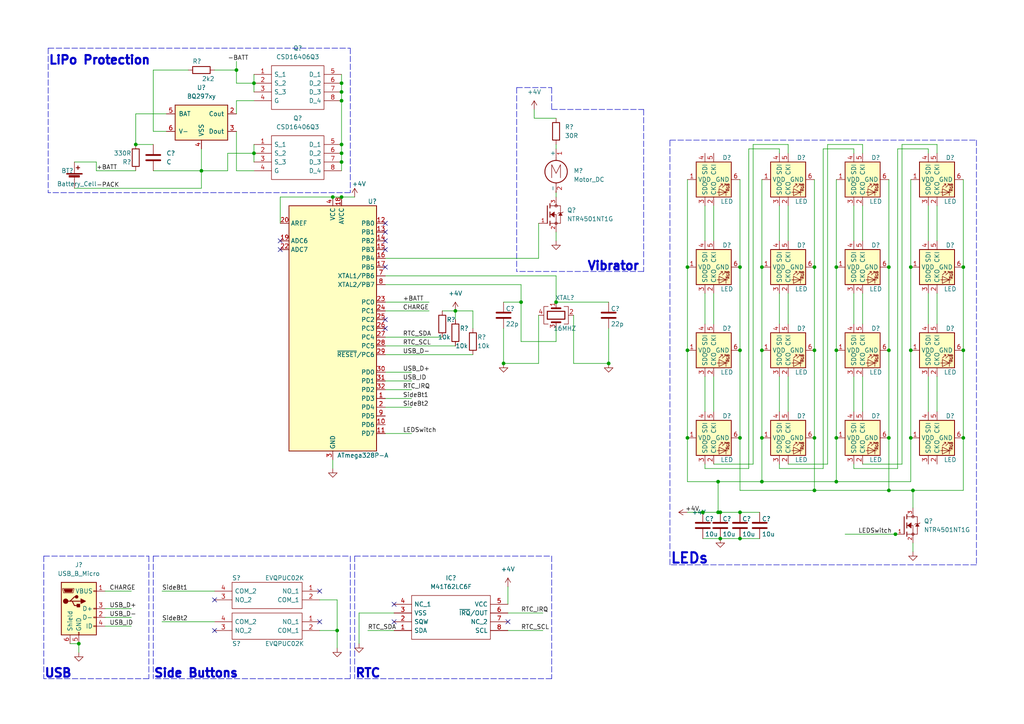
<source format=kicad_sch>
(kicad_sch (version 20211123) (generator eeschema)
  (paper "A4")
  (title_block (title "Binary Watch") (rev "0.1") (company "Umair Ahmadh") (comment 1 "umairahmadh.ml"))
  (lib_symbols
    (symbol "Battery_Management:BQ297xy" (pin_names (offset 1.016))
      (property "Reference" "U" (at -6.35 6.35 0))
      (property "Value" "BQ297xy" (at 5.08 -6.35 0))
      (symbol "BQ297xy_0_1"
        (rectangle (start -7.62 5.08) (end 7.62 -5.08) (stroke (width 0.254)) (fill (type background)))
      )
      (symbol "BQ297xy_1_1"
        (pin no_connect line (at 7.62 0 180) (length 2.54) hide (name "NC") (number "1"))
        (pin output line (at 10.16 2.54 180) (length 2.54) (name "Cout") (number "2"))
        (pin output line (at 10.16 -2.54 180) (length 2.54) (name "Dout") (number "3"))
        (pin power_in line (at 0 -7.62 90) (length 2.54) (name "VSS") (number "4"))
        (pin input line (at -10.16 2.54 0) (length 2.54) (name "BAT") (number "5"))
        (pin input line (at -10.16 -2.54 0) (length 2.54) (name "V-") (number "6"))
      )
    )
    (symbol "CSD16406Q3:CSD16406Q3" (pin_names (offset 0.762))
      (property "Reference" "Q" (at 21.59 7.62 0))
      (property "Value" "CSD16406Q3" (at 21.59 5.08 0))
      (symbol "CSD16406Q3_0_0"
        (pin passive line (at 0 0 0) (length 5.08) (name "S_1") (number "1"))
        (pin passive line (at 0 -2.54 0) (length 5.08) (name "S_2") (number "2"))
        (pin passive line (at 0 -5.08 0) (length 5.08) (name "S_3") (number "3"))
        (pin passive line (at 0 -7.62 0) (length 5.08) (name "G") (number "4"))
        (pin passive line (at 25.4 0 180) (length 5.08) (name "D_1") (number "5"))
        (pin passive line (at 25.4 -2.54 180) (length 5.08) (name "D_2") (number "6"))
        (pin passive line (at 25.4 -5.08 180) (length 5.08) (name "D_3") (number "7"))
        (pin passive line (at 25.4 -7.62 180) (length 5.08) (name "D_4") (number "8"))
      )
      (symbol "CSD16406Q3_0_1"
        (polyline (pts (xy 5.08 2.54) (xy 20.32 2.54) (xy 20.32 -10.16) (xy 5.08 -10.16) (xy 5.08 2.54)) (stroke (width 0.1524)))
      )
    )
    (symbol "Connector:USB_B_Micro" (pin_names (offset 1.016))
      (property "Reference" "J" (at -5.08 11.43 0))
      (property "Value" "USB_B_Micro" (at -5.08 8.89 0))
      (symbol "USB_B_Micro_0_1"
        (rectangle (start -5.08 -7.62) (end 5.08 7.62) (stroke (width 0.254)) (fill (type background)))
        (circle (center -3.81 2.159) (radius 0.635) (stroke (width 0.254)) (fill (type outline)))
        (circle (center -0.635 3.429) (radius 0.381) (stroke (width 0.254)) (fill (type outline)))
        (rectangle (start -0.127 -7.62) (end 0.127 -6.858))
        (polyline (pts (xy -1.905 2.159) (xy 0.635 2.159)) (stroke (width 0.254)))
        (polyline (pts (xy -3.175 2.159) (xy -2.54 2.159) (xy -1.27 3.429) (xy -0.635 3.429)) (stroke (width 0.254)))
        (polyline (pts (xy -2.54 2.159) (xy -1.905 2.159) (xy -1.27 0.889) (xy 0 0.889)) (stroke (width 0.254)))
        (polyline (pts (xy 0.635 2.794) (xy 0.635 1.524) (xy 1.905 2.159) (xy 0.635 2.794)) (stroke (width 0.254)) (fill (type outline)))
        (polyline (pts (xy -4.318 5.588) (xy -1.778 5.588) (xy -2.032 4.826) (xy -4.064 4.826) (xy -4.318 5.588)) (fill (type outline)))
        (polyline (pts (xy -4.699 5.842) (xy -4.699 5.588) (xy -4.445 4.826) (xy -4.445 4.572) (xy -1.651 4.572) (xy -1.651 4.826) (xy -1.397 5.588) (xy -1.397 5.842) (xy -4.699 5.842)))
        (rectangle (start 0.254 1.27) (end -0.508 0.508) (stroke (width 0.254)) (fill (type outline)))
        (rectangle (start 5.08 -5.207) (end 4.318 -4.953))
        (rectangle (start 5.08 -2.667) (end 4.318 -2.413))
        (rectangle (start 5.08 -0.127) (end 4.318 0.127))
        (rectangle (start 5.08 4.953) (end 4.318 5.207))
      )
      (symbol "USB_B_Micro_1_1"
        (pin power_out line (at 7.62 5.08 180) (length 2.54) (name "VBUS") (number "1"))
        (pin bidirectional line (at 7.62 -2.54 180) (length 2.54) (name "D-") (number "2"))
        (pin bidirectional line (at 7.62 0 180) (length 2.54) (name "D+") (number "3"))
        (pin passive line (at 7.62 -5.08 180) (length 2.54) (name "ID") (number "4"))
        (pin power_out line (at 0 -10.16 90) (length 2.54) (name "GND") (number "5"))
        (pin passive line (at -2.54 -10.16 90) (length 2.54) (name "Shield") (number "6"))
      )
    )
    (symbol "Device:Battery_Cell" (pin_numbers hide) (pin_names (offset 0) hide)
      (property "Reference" "BT" (at 2.54 2.54 0))
      (property "Value" "Battery_Cell" (at 2.54 0 0))
      (symbol "Battery_Cell_0_1"
        (rectangle (start -2.286 1.778) (end 2.286 1.524) (fill (type outline)))
        (rectangle (start -1.5748 1.1938) (end 1.4732 0.6858) (fill (type outline)))
        (polyline (pts (xy 0 0.762) (xy 0 0)))
        (polyline (pts (xy 0 1.778) (xy 0 2.54)))
        (polyline (pts (xy 0.508 3.429) (xy 1.524 3.429)) (stroke (width 0.254)))
        (polyline (pts (xy 1.016 3.937) (xy 1.016 2.921)) (stroke (width 0.254)))
      )
      (symbol "Battery_Cell_1_1"
        (pin passive line (at 0 5.08 270) (length 2.54) (name "+") (number "1"))
        (pin passive line (at 0 -2.54 90) (length 2.54) (name "-") (number "2"))
      )
    )
    (symbol "Device:C" (pin_numbers hide) (pin_names (offset 0.254))
      (property "Reference" "C" (at 0.635 2.54 0))
      (property "Value" "C" (at 0.635 -2.54 0))
      (symbol "C_0_1"
        (polyline (pts (xy -2.032 -0.762) (xy 2.032 -0.762)) (stroke (width 0.508)))
        (polyline (pts (xy -2.032 0.762) (xy 2.032 0.762)) (stroke (width 0.508)))
      )
      (symbol "C_1_1"
        (pin passive line (at 0 3.81 270) (length 2.794) (name "~") (number "1"))
        (pin passive line (at 0 -3.81 90) (length 2.794) (name "~") (number "2"))
      )
    )
    (symbol "Device:Crystal_GND24" (pin_names (offset 1.016) hide)
      (property "Reference" "Y" (at 3.175 5.08 0))
      (property "Value" "Crystal_GND24" (at 3.175 3.175 0))
      (symbol "Crystal_GND24_0_1"
        (rectangle (start -1.143 2.54) (end 1.143 -2.54) (stroke (width 0.3048)))
        (polyline (pts (xy -2.54 0) (xy -2.032 0)))
        (polyline (pts (xy -2.032 -1.27) (xy -2.032 1.27)) (stroke (width 0.508)))
        (polyline (pts (xy 0 -3.81) (xy 0 -3.556)))
        (polyline (pts (xy 0 3.556) (xy 0 3.81)))
        (polyline (pts (xy 2.032 -1.27) (xy 2.032 1.27)) (stroke (width 0.508)))
        (polyline (pts (xy 2.032 0) (xy 2.54 0)))
        (polyline (pts (xy -2.54 -2.286) (xy -2.54 -3.556) (xy 2.54 -3.556) (xy 2.54 -2.286)))
        (polyline (pts (xy -2.54 2.286) (xy -2.54 3.556) (xy 2.54 3.556) (xy 2.54 2.286)))
      )
      (symbol "Crystal_GND24_1_1"
        (pin passive line (at -3.81 0 0) (length 1.27) (name "1") (number "1"))
        (pin passive line (at 0 5.08 270) (length 1.27) (name "2") (number "2"))
        (pin passive line (at 3.81 0 180) (length 1.27) (name "3") (number "3"))
        (pin passive line (at 0 -5.08 90) (length 1.27) (name "4") (number "4"))
      )
    )
    (symbol "Device:R" (pin_numbers hide) (pin_names (offset 0))
      (property "Reference" "R" (at 2.032 0 90))
      (property "Value" "R" (at 0 0 90))
      (symbol "R_0_1"
        (rectangle (start -1.016 -2.54) (end 1.016 2.54) (stroke (width 0.254)))
      )
      (symbol "R_1_1"
        (pin passive line (at 0 3.81 270) (length 1.27) (name "~") (number "1"))
        (pin passive line (at 0 -3.81 90) (length 1.27) (name "~") (number "2"))
      )
    )
    (symbol "EVQPUC02K:EVQPUC02K" (pin_names (offset 0.762))
      (property "Reference" "S" (at 26.67 7.62 0))
      (property "Value" "EVQPUC02K" (at 26.67 5.08 0))
      (symbol "EVQPUC02K_0_0"
        (pin passive line (at 30.48 0 180) (length 5.08) (name "NO_1") (number "1"))
        (pin passive line (at 30.48 -2.54 180) (length 5.08) (name "COM_1") (number "2"))
        (pin passive line (at 0 -2.54 0) (length 5.08) (name "NO_2") (number "3"))
        (pin passive line (at 0 0 0) (length 5.08) (name "COM_2") (number "4"))
      )
      (symbol "EVQPUC02K_0_1"
        (polyline (pts (xy 5.08 2.54) (xy 25.4 2.54) (xy 25.4 -5.08) (xy 5.08 -5.08) (xy 5.08 2.54)) (stroke (width 0.1524)))
      )
    )
    (symbol "LED:APA102-2020"
      (property "Reference" "D" (at 5.08 5.715 0))
      (property "Value" "APA102-2020" (at 1.27 -5.715 0))
      (symbol "APA102-2020_0_0"
        (text "RGB" (at 2.286 -4.191 0) (effects (font (size 0.762 0.762))))
      )
      (symbol "APA102-2020_0_1"
        (polyline (pts (xy 1.27 -3.556) (xy 1.778 -3.556)))
        (polyline (pts (xy 1.27 -2.54) (xy 1.778 -2.54)))
        (polyline (pts (xy 4.699 -3.556) (xy 2.667 -3.556)))
        (polyline (pts (xy 2.286 -2.54) (xy 1.27 -3.556) (xy 1.27 -3.048)))
        (polyline (pts (xy 2.286 -1.524) (xy 1.27 -2.54) (xy 1.27 -2.032)))
        (polyline (pts (xy 3.683 -1.016) (xy 3.683 -3.556) (xy 3.683 -4.064)))
        (polyline (pts (xy 4.699 -1.524) (xy 2.667 -1.524) (xy 3.683 -3.556) (xy 4.699 -1.524)))
        (rectangle (start 5.08 5.08) (end -5.08 -5.08) (stroke (width 0.254)) (fill (type background)))
      )
      (symbol "APA102-2020_1_1"
        (pin power_in line (at 0 7.62 270) (length 2.54) (name "VDD") (number "1"))
        (pin output line (at 7.62 0 180) (length 2.54) (name "CKO") (number "2"))
        (pin output line (at 7.62 2.54 180) (length 2.54) (name "SDO") (number "3"))
        (pin input line (at -7.62 2.54 0) (length 2.54) (name "SDI") (number "4"))
        (pin input line (at -7.62 0 0) (length 2.54) (name "CKI") (number "5"))
        (pin power_in line (at 0 -7.62 90) (length 2.54) (name "GND") (number "6"))
      )
    )
    (symbol "M41T62LC6F:M41T62LC6F" (pin_names (offset 0.762))
      (property "Reference" "IC" (at 29.21 7.62 0))
      (property "Value" "M41T62LC6F" (at 29.21 5.08 0))
      (symbol "M41T62LC6F_0_0"
        (pin passive line (at 0 0 0) (length 5.08) (name "SDA") (number "1"))
        (pin passive line (at 0 -2.54 0) (length 5.08) (name "SQW") (number "2"))
        (pin power_in line (at 0 -5.08 0) (length 5.08) (name "VSS") (number "3"))
        (pin passive line (at 0 -7.62 0) (length 5.08) (name "NC_1") (number "4"))
        (pin power_in line (at 33.02 -7.62 180) (length 5.08) (name "VCC") (number "5"))
        (pin output line (at 33.02 -5.08 180) (length 5.08) (name "~{IRQ}/OUT") (number "6"))
        (pin passive line (at 33.02 -2.54 180) (length 5.08) (name "NC_2") (number "7"))
        (pin passive line (at 33.02 0 180) (length 5.08) (name "SCL") (number "8"))
      )
      (symbol "M41T62LC6F_0_1"
        (polyline (pts (xy 5.08 2.54) (xy 27.94 2.54) (xy 27.94 -10.16) (xy 5.08 -10.16) (xy 5.08 2.54)) (stroke (width 0.1524)))
      )
    )
    (symbol "MCU_Microchip_ATmega:ATmega328P-A"
      (property "Reference" "U" (at -12.7 36.83 0))
      (property "Value" "ATmega328P-A" (at 2.54 -36.83 0))
      (symbol "ATmega328P-A_0_1"
        (rectangle (start -12.7 -35.56) (end 12.7 35.56) (stroke (width 0.254)) (fill (type background)))
      )
      (symbol "ATmega328P-A_1_1"
        (pin bidirectional line (at 15.24 -20.32 180) (length 2.54) (name "PD3") (number "1"))
        (pin bidirectional line (at 15.24 -27.94 180) (length 2.54) (name "PD6") (number "10"))
        (pin bidirectional line (at 15.24 -30.48 180) (length 2.54) (name "PD7") (number "11"))
        (pin bidirectional line (at 15.24 30.48 180) (length 2.54) (name "PB0") (number "12"))
        (pin bidirectional line (at 15.24 27.94 180) (length 2.54) (name "PB1") (number "13"))
        (pin bidirectional line (at 15.24 25.4 180) (length 2.54) (name "PB2") (number "14"))
        (pin bidirectional line (at 15.24 22.86 180) (length 2.54) (name "PB3") (number "15"))
        (pin bidirectional line (at 15.24 20.32 180) (length 2.54) (name "PB4") (number "16"))
        (pin bidirectional line (at 15.24 17.78 180) (length 2.54) (name "PB5") (number "17"))
        (pin power_in line (at 2.54 38.1 270) (length 2.54) (name "AVCC") (number "18"))
        (pin input line (at -15.24 25.4 0) (length 2.54) (name "ADC6") (number "19"))
        (pin bidirectional line (at 15.24 -22.86 180) (length 2.54) (name "PD4") (number "2"))
        (pin passive line (at -15.24 30.48 0) (length 2.54) (name "AREF") (number "20"))
        (pin passive line (at 0 -38.1 90) (length 2.54) hide (name "GND") (number "21"))
        (pin input line (at -15.24 22.86 0) (length 2.54) (name "ADC7") (number "22"))
        (pin bidirectional line (at 15.24 7.62 180) (length 2.54) (name "PC0") (number "23"))
        (pin bidirectional line (at 15.24 5.08 180) (length 2.54) (name "PC1") (number "24"))
        (pin bidirectional line (at 15.24 2.54 180) (length 2.54) (name "PC2") (number "25"))
        (pin bidirectional line (at 15.24 0 180) (length 2.54) (name "PC3") (number "26"))
        (pin bidirectional line (at 15.24 -2.54 180) (length 2.54) (name "PC4") (number "27"))
        (pin bidirectional line (at 15.24 -5.08 180) (length 2.54) (name "PC5") (number "28"))
        (pin bidirectional line (at 15.24 -7.62 180) (length 2.54) (name "~{RESET}/PC6") (number "29"))
        (pin power_in line (at 0 -38.1 90) (length 2.54) (name "GND") (number "3"))
        (pin bidirectional line (at 15.24 -12.7 180) (length 2.54) (name "PD0") (number "30"))
        (pin bidirectional line (at 15.24 -15.24 180) (length 2.54) (name "PD1") (number "31"))
        (pin bidirectional line (at 15.24 -17.78 180) (length 2.54) (name "PD2") (number "32"))
        (pin power_in line (at 0 38.1 270) (length 2.54) (name "VCC") (number "4"))
        (pin passive line (at 0 -38.1 90) (length 2.54) hide (name "GND") (number "5"))
        (pin passive line (at 0 38.1 270) (length 2.54) hide (name "VCC") (number "6"))
        (pin bidirectional line (at 15.24 15.24 180) (length 2.54) (name "XTAL1/PB6") (number "7"))
        (pin bidirectional line (at 15.24 12.7 180) (length 2.54) (name "XTAL2/PB7") (number "8"))
        (pin bidirectional line (at 15.24 -25.4 180) (length 2.54) (name "PD5") (number "9"))
      )
    )
    (symbol "Motor:Motor_DC" (pin_names (offset 0))
      (property "Reference" "M" (at 2.54 2.54 0))
      (property "Value" "Motor_DC" (at 2.54 -5.08 0))
      (symbol "Motor_DC_0_0"
        (polyline (pts (xy -1.27 -3.302) (xy -1.27 0.508) (xy 0 -2.032) (xy 1.27 0.508) (xy 1.27 -3.302)))
      )
      (symbol "Motor_DC_0_1"
        (circle (center 0 -1.524) (radius 3.2512) (stroke (width 0.254)))
        (polyline (pts (xy 0 -7.62) (xy 0 -7.112)))
        (polyline (pts (xy 0 -4.7752) (xy 0 -5.1816)))
        (polyline (pts (xy 0 1.7272) (xy 0 2.0828)))
        (polyline (pts (xy 0 2.032) (xy 0 2.54)))
      )
      (symbol "Motor_DC_1_1"
        (pin passive line (at 0 5.08 270) (length 2.54) (name "+") (number "1"))
        (pin passive line (at 0 -7.62 90) (length 2.54) (name "-") (number "2"))
      )
    )
    (symbol "NTR4501NT1G:NTR4501NT1G" (pin_names (offset 1.016))
      (property "Reference" "Q" (at -8.89 2.54 0))
      (property "Value" "NTR4501NT1G" (at -8.89 -7.62 0))
      (symbol "NTR4501NT1G_0_0"
        (polyline (pts (xy 0 2.54) (xy 0 -2.54)) (stroke (width 0.254)))
        (polyline (pts (xy 0.762 -2.54) (xy 0.762 -3.175)) (stroke (width 0.254)))
        (polyline (pts (xy 0.762 -1.905) (xy 0.762 -2.54)) (stroke (width 0.254)))
        (polyline (pts (xy 0.762 0) (xy 0.762 -0.762)) (stroke (width 0.254)))
        (polyline (pts (xy 0.762 0) (xy 2.54 0)) (stroke (width 0.1524)))
        (polyline (pts (xy 0.762 0.762) (xy 0.762 0)) (stroke (width 0.254)))
        (polyline (pts (xy 0.762 2.54) (xy 0.762 1.905)) (stroke (width 0.254)))
        (polyline (pts (xy 0.762 2.54) (xy 3.81 2.54)) (stroke (width 0.1524)))
        (polyline (pts (xy 0.762 3.175) (xy 0.762 2.54)) (stroke (width 0.254)))
        (polyline (pts (xy 2.54 -2.54) (xy 0.762 -2.54)) (stroke (width 0.1524)))
        (polyline (pts (xy 2.54 -2.54) (xy 3.81 -2.54)) (stroke (width 0.1524)))
        (polyline (pts (xy 2.54 0) (xy 2.54 -2.54)) (stroke (width 0.1524)))
        (polyline (pts (xy 3.302 0.508) (xy 3.048 0.254)) (stroke (width 0.1524)))
        (polyline (pts (xy 3.81 0.508) (xy 3.302 0.508)) (stroke (width 0.1524)))
        (polyline (pts (xy 3.81 0.508) (xy 3.81 -2.54)) (stroke (width 0.1524)))
        (polyline (pts (xy 3.81 2.54) (xy 3.81 0.508)) (stroke (width 0.1524)))
        (polyline (pts (xy 4.318 0.508) (xy 3.81 0.508)) (stroke (width 0.1524)))
        (polyline (pts (xy 4.572 0.762) (xy 4.318 0.508)) (stroke (width 0.1524)))
        (polyline (pts (xy 1.016 0) (xy 2.032 0.762) (xy 2.032 -0.762) (xy 1.016 0)) (stroke (width 0.1524)) (fill (type outline)))
        (polyline (pts (xy 3.81 0.508) (xy 3.302 -0.254) (xy 4.318 -0.254) (xy 3.81 0.508)) (stroke (width 0.1524)) (fill (type outline)))
        (circle (center 2.54 -2.54) (radius 0.3592))
        (circle (center 2.54 2.54) (radius 0.3592))
        (pin passive line (at -2.54 -2.54 0) (length 2.54) (name "~") (number "1"))
        (pin passive line (at 2.54 -5.08 90) (length 2.54) (name "~") (number "2"))
        (pin passive line (at 2.54 5.08 270) (length 2.54) (name "~") (number "3"))
      )
    )
    (symbol "power:+4V" (power) (pin_names (offset 0))
      (property "Value" "+4V" (at 0 3.556 0))
      (symbol "+4V_0_1"
        (polyline (pts (xy -0.762 1.27) (xy 0 2.54)))
        (polyline (pts (xy 0 0) (xy 0 2.54)))
        (polyline (pts (xy 0 2.54) (xy 0.762 1.27)))
      )
      (symbol "+4V_1_1"
        (pin power_in line (at 0 0 90) (length 0) hide (name "+4V") (number "1"))
      )
    )
    (symbol "power:GND" (power) (pin_names (offset 0))
      (property "Value" "GND" (at 0 -3.81 0))
      (symbol "GND_0_1"
        (polyline (pts (xy 0 0) (xy 0 -1.27) (xy 1.27 -1.27) (xy 0 -2.54) (xy -1.27 -1.27) (xy 0 -1.27)))
      )
      (symbol "GND_1_1"
        (pin power_in line (at 0 0 270) (length 0) hide (name "GND") (number "1"))
      )
    )
  )
  (junction (at 68.58 20.32))
  (junction (at 242.57 77.47))
  (junction (at 22.86 186.69))
  (junction (at 259.715 154.94))
  (junction (at 99.06 24.13))
  (junction (at 208.915 148.59))
  (junction (at 99.06 46.99))
  (junction (at 236.22 77.47))
  (junction (at 97.79 182.88))
  (junction (at 199.39 77.47))
  (junction (at 146.05 105.41))
  (junction (at 99.06 41.91))
  (junction (at 96.52 57.15))
  (junction (at 220.98 77.47))
  (junction (at 214.63 148.59))
  (junction (at 279.4 127))
  (junction (at 214.63 156.21))
  (junction (at 257.81 77.47))
  (junction (at 208.915 156.21))
  (junction (at 58.42 49.53))
  (junction (at 214.63 127))
  (junction (at 242.57 139.7))
  (junction (at 39.37 41.91))
  (junction (at 132.08 90.17))
  (junction (at 99.06 26.67))
  (junction (at 264.16 127))
  (junction (at 99.06 57.15))
  (junction (at 236.22 127))
  (junction (at 257.81 127))
  (junction (at 151.13 87.63))
  (junction (at 279.4 101.6))
  (junction (at 257.81 142.24))
  (junction (at 220.98 101.6))
  (junction (at 99.06 44.45))
  (junction (at 199.39 127))
  (junction (at 236.22 142.24))
  (junction (at 264.16 77.47))
  (junction (at 214.63 77.47))
  (junction (at 264.795 142.24))
  (junction (at 176.53 105.41))
  (junction (at 203.835 148.59))
  (junction (at 236.22 101.6))
  (junction (at 279.4 77.47))
  (junction (at 220.98 127))
  (junction (at 214.63 101.6))
  (junction (at 208.28 148.59))
  (junction (at 220.98 139.7))
  (junction (at 161.29 87.63))
  (junction (at 208.28 139.7))
  (junction (at 257.81 101.6))
  (junction (at 264.16 101.6))
  (junction (at 73.66 44.45))
  (junction (at 99.06 29.21))
  (junction (at 73.66 24.13))
  (junction (at 199.39 101.6))
  (junction (at 242.57 101.6))
  (junction (at 242.57 127))
  (no_connect (at 111.76 67.31))
  (no_connect (at 111.76 77.47))
  (no_connect (at 111.76 64.77))
  (no_connect (at 111.76 95.25))
  (no_connect (at 81.28 72.39))
  (no_connect (at 81.28 69.85))
  (no_connect (at 111.76 92.71))
  (no_connect (at 111.76 72.39))
  (no_connect (at 111.76 69.85))
  (no_connect (at 62.23 182.88))
  (no_connect (at 62.23 173.99))
  (no_connect (at 92.71 171.45))
  (no_connect (at 92.71 180.34))
  (no_connect (at 147.32 180.34))
  (no_connect (at 114.3 175.26))
  (no_connect (at 114.3 180.34))
  (wire (pts (xy 236.22 52.07) (xy 236.22 77.47)))
  (wire (pts (xy 161.29 41.91) (xy 161.29 43.18)))
  (wire (pts (xy 208.28 139.7) (xy 199.39 139.7)))
  (wire (pts (xy 96.52 57.15) (xy 99.06 57.15)))
  (wire (pts (xy 207.01 85.09) (xy 207.01 93.98)))
  (wire (pts (xy 21.59 46.99) (xy 27.94 46.99)))
  (wire (pts (xy 73.66 49.53) (xy 68.58 49.53)))
  (wire (pts (xy 242.57 52.07) (xy 242.57 77.47)))
  (wire (pts (xy 30.48 181.61) (xy 38.1 181.61)))
  (wire (pts (xy 44.45 20.32) (xy 54.61 20.32)))
  (wire (pts (xy 99.06 44.45) (xy 99.06 46.99)))
  (wire (pts (xy 247.65 109.22) (xy 247.65 119.38)))
  (polyline (pts (xy 13.97 13.97) (xy 13.97 55.88)))
  (wire (pts (xy 111.76 97.79) (xy 128.27 97.79)))
  (wire (pts (xy 242.57 101.6) (xy 242.57 127)))
  (polyline (pts (xy 101.6 196.85) (xy 44.45 196.85)))
  (wire (pts (xy 269.24 43.18) (xy 260.35 43.18)))
  (wire (pts (xy 68.58 49.53) (xy 68.58 38.1)))
  (wire (pts (xy 99.06 46.99) (xy 99.06 49.53)))
  (wire (pts (xy 111.76 80.01) (xy 161.29 80.01)))
  (wire (pts (xy 204.47 85.09) (xy 204.47 93.98)))
  (polyline (pts (xy 283.21 163.83) (xy 194.31 163.83)))
  (polyline (pts (xy 12.7 161.29) (xy 43.18 161.29)))
  (wire (pts (xy 44.45 38.1) (xy 44.45 20.32)))
  (wire (pts (xy 161.29 67.31) (xy 161.29 69.85)))
  (wire (pts (xy 21.59 54.61) (xy 58.42 54.61)))
  (polyline (pts (xy 186.69 31.75) (xy 186.69 78.74)))
  (wire (pts (xy 257.81 101.6) (xy 257.81 127)))
  (wire (pts (xy 161.29 34.29) (xy 154.94 34.29)))
  (wire (pts (xy 132.08 90.17) (xy 137.16 90.17)))
  (wire (pts (xy 161.29 87.63) (xy 176.53 87.63)))
  (wire (pts (xy 228.6 59.69) (xy 228.6 69.85)))
  (wire (pts (xy 44.45 49.53) (xy 58.42 49.53)))
  (wire (pts (xy 30.48 179.07) (xy 38.1 179.07)))
  (wire (pts (xy 99.06 41.91) (xy 99.06 44.45)))
  (wire (pts (xy 96.52 133.35) (xy 96.52 135.89)))
  (wire (pts (xy 214.63 101.6) (xy 214.63 127)))
  (polyline (pts (xy 160.02 25.4) (xy 160.02 31.75)))
  (wire (pts (xy 199.39 101.6) (xy 199.39 127)))
  (wire (pts (xy 114.3 177.8) (xy 104.14 177.8)))
  (wire (pts (xy 146.05 87.63) (xy 151.13 87.63)))
  (wire (pts (xy 218.44 41.91) (xy 228.6 41.91)))
  (wire (pts (xy 151.13 87.63) (xy 151.13 99.06)))
  (wire (pts (xy 66.04 44.45) (xy 73.66 44.45)))
  (wire (pts (xy 279.4 101.6) (xy 279.4 127)))
  (wire (pts (xy 147.32 182.88) (xy 157.48 182.88)))
  (wire (pts (xy 264.16 139.7) (xy 242.57 139.7)))
  (wire (pts (xy 73.66 24.13) (xy 73.66 26.67)))
  (wire (pts (xy 102.87 57.15) (xy 99.06 57.15)))
  (wire (pts (xy 199.39 139.7) (xy 199.39 127)))
  (polyline (pts (xy 43.18 196.85) (xy 12.7 196.85)))
  (wire (pts (xy 247.65 85.09) (xy 247.65 93.98)))
  (wire (pts (xy 208.915 148.59) (xy 214.63 148.59)))
  (wire (pts (xy 238.76 43.18) (xy 238.76 135.89)))
  (wire (pts (xy 20.32 186.69) (xy 22.86 186.69)))
  (polyline (pts (xy 194.31 58.42) (xy 194.31 58.42)))
  (wire (pts (xy 137.16 90.17) (xy 137.16 95.25)))
  (wire (pts (xy 271.78 59.69) (xy 271.78 69.85)))
  (wire (pts (xy 264.795 142.24) (xy 279.4 142.24)))
  (wire (pts (xy 132.08 90.17) (xy 132.08 92.71)))
  (wire (pts (xy 242.57 77.47) (xy 242.57 101.6)))
  (wire (pts (xy 81.28 64.77) (xy 81.28 57.15)))
  (wire (pts (xy 27.94 49.53) (xy 39.37 49.53)))
  (wire (pts (xy 68.58 17.78) (xy 68.58 20.32)))
  (wire (pts (xy 146.05 105.41) (xy 146.05 95.25)))
  (wire (pts (xy 58.42 49.53) (xy 58.42 54.61)))
  (wire (pts (xy 147.32 177.8) (xy 157.48 177.8)))
  (wire (pts (xy 247.65 44.45) (xy 247.65 43.18)))
  (wire (pts (xy 228.6 41.91) (xy 228.6 44.45)))
  (wire (pts (xy 68.58 20.32) (xy 68.58 24.13)))
  (wire (pts (xy 236.22 142.24) (xy 257.81 142.24)))
  (wire (pts (xy 271.78 109.22) (xy 271.78 119.38)))
  (wire (pts (xy 240.03 41.91) (xy 250.19 41.91)))
  (wire (pts (xy 99.06 24.13) (xy 99.06 26.67)))
  (wire (pts (xy 247.65 135.89) (xy 247.65 134.62)))
  (wire (pts (xy 199.39 148.59) (xy 203.835 148.59)))
  (wire (pts (xy 199.39 77.47) (xy 199.39 101.6)))
  (wire (pts (xy 214.63 127) (xy 214.63 142.24)))
  (wire (pts (xy 39.37 41.91) (xy 44.45 41.91)))
  (wire (pts (xy 220.98 52.07) (xy 220.98 77.47)))
  (wire (pts (xy 106.68 182.88) (xy 114.3 182.88)))
  (wire (pts (xy 250.19 134.62) (xy 261.62 134.62)))
  (wire (pts (xy 226.06 59.69) (xy 226.06 69.85)))
  (wire (pts (xy 226.06 109.22) (xy 226.06 119.38)))
  (wire (pts (xy 220.98 127) (xy 220.98 139.7)))
  (polyline (pts (xy 160.02 196.85) (xy 102.87 196.85)))
  (wire (pts (xy 97.79 173.99) (xy 97.79 182.88)))
  (wire (pts (xy 203.835 148.59) (xy 208.28 148.59)))
  (wire (pts (xy 261.62 41.91) (xy 271.78 41.91)))
  (wire (pts (xy 247.65 59.69) (xy 247.65 69.85)))
  (wire (pts (xy 214.63 77.47) (xy 214.63 101.6)))
  (wire (pts (xy 269.24 59.69) (xy 269.24 69.85)))
  (wire (pts (xy 260.35 43.18) (xy 260.35 135.89)))
  (wire (pts (xy 111.76 100.33) (xy 132.08 100.33)))
  (wire (pts (xy 161.29 80.01) (xy 161.29 87.63)))
  (wire (pts (xy 214.63 142.24) (xy 236.22 142.24)))
  (polyline (pts (xy 102.87 161.29) (xy 102.87 196.85)))
  (wire (pts (xy 97.79 182.88) (xy 92.71 182.88)))
  (wire (pts (xy 46.99 180.34) (xy 62.23 180.34)))
  (wire (pts (xy 68.58 29.21) (xy 68.58 33.02)))
  (wire (pts (xy 73.66 41.91) (xy 73.66 44.45)))
  (wire (pts (xy 27.94 46.99) (xy 27.94 49.53)))
  (wire (pts (xy 73.66 44.45) (xy 73.66 46.99)))
  (wire (pts (xy 226.06 135.89) (xy 226.06 134.62)))
  (polyline (pts (xy 102.87 161.29) (xy 160.02 161.29)))
  (wire (pts (xy 220.98 77.47) (xy 220.98 101.6)))
  (wire (pts (xy 30.48 171.45) (xy 38.1 171.45)))
  (wire (pts (xy 161.29 57.15) (xy 161.29 55.88)))
  (polyline (pts (xy 43.18 161.29) (xy 43.18 196.85)))
  (wire (pts (xy 269.24 44.45) (xy 269.24 43.18)))
  (wire (pts (xy 250.19 85.09) (xy 250.19 93.98)))
  (wire (pts (xy 240.03 134.62) (xy 240.03 41.91)))
  (polyline (pts (xy 12.7 161.29) (xy 12.7 196.85)))
  (wire (pts (xy 264.795 157.48) (xy 264.795 160.02)))
  (wire (pts (xy 22.86 186.69) (xy 22.86 189.23)))
  (wire (pts (xy 81.28 57.15) (xy 96.52 57.15)))
  (wire (pts (xy 226.06 44.45) (xy 226.06 43.18)))
  (wire (pts (xy 264.16 127) (xy 264.16 139.7)))
  (wire (pts (xy 259.715 154.94) (xy 245.11 154.94)))
  (polyline (pts (xy 13.97 13.97) (xy 101.6 13.97)))
  (wire (pts (xy 30.48 176.53) (xy 38.1 176.53)))
  (polyline (pts (xy 101.6 55.88) (xy 13.97 55.88)))
  (wire (pts (xy 111.76 74.93) (xy 156.21 74.93)))
  (wire (pts (xy 269.24 85.09) (xy 269.24 93.98)))
  (wire (pts (xy 236.22 101.6) (xy 236.22 127)))
  (polyline (pts (xy 44.45 161.29) (xy 44.45 196.85)))
  (polyline (pts (xy 186.69 78.74) (xy 149.86 78.74)))
  (wire (pts (xy 238.76 135.89) (xy 226.06 135.89)))
  (wire (pts (xy 279.4 77.47) (xy 279.4 101.6)))
  (wire (pts (xy 250.19 109.22) (xy 250.19 119.38)))
  (wire (pts (xy 111.76 125.73) (xy 119.38 125.73)))
  (wire (pts (xy 111.76 90.17) (xy 124.46 90.17)))
  (wire (pts (xy 156.21 105.41) (xy 146.05 105.41)))
  (wire (pts (xy 151.13 82.55) (xy 151.13 87.63)))
  (polyline (pts (xy 101.6 13.97) (xy 101.6 55.88)))
  (wire (pts (xy 214.63 148.59) (xy 220.345 148.59)))
  (wire (pts (xy 73.66 29.21) (xy 68.58 29.21)))
  (wire (pts (xy 166.37 105.41) (xy 166.37 91.44)))
  (wire (pts (xy 39.37 33.02) (xy 48.26 33.02)))
  (wire (pts (xy 260.35 135.89) (xy 247.65 135.89)))
  (wire (pts (xy 128.27 90.17) (xy 132.08 90.17)))
  (wire (pts (xy 161.29 99.06) (xy 161.29 95.25)))
  (wire (pts (xy 147.32 170.18) (xy 147.32 175.26)))
  (wire (pts (xy 204.47 109.22) (xy 204.47 119.38)))
  (wire (pts (xy 111.76 87.63) (xy 124.46 87.63)))
  (polyline (pts (xy 194.31 40.64) (xy 283.21 40.64)))
  (wire (pts (xy 111.76 113.03) (xy 119.38 113.03)))
  (wire (pts (xy 99.06 21.59) (xy 99.06 24.13)))
  (wire (pts (xy 207.01 134.62) (xy 218.44 134.62)))
  (polyline (pts (xy 101.6 161.29) (xy 101.6 196.85)))
  (wire (pts (xy 97.79 182.88) (xy 97.79 187.96)))
  (wire (pts (xy 156.21 91.44) (xy 156.21 105.41)))
  (wire (pts (xy 151.13 99.06) (xy 161.29 99.06)))
  (wire (pts (xy 217.17 135.89) (xy 204.47 135.89)))
  (wire (pts (xy 214.63 156.21) (xy 220.345 156.21)))
  (wire (pts (xy 279.4 52.07) (xy 279.4 77.47)))
  (wire (pts (xy 154.94 31.75) (xy 154.94 34.29)))
  (wire (pts (xy 228.6 109.22) (xy 228.6 119.38)))
  (wire (pts (xy 48.26 38.1) (xy 44.45 38.1)))
  (polyline (pts (xy 283.21 40.64) (xy 283.21 163.83)))
  (wire (pts (xy 204.47 59.69) (xy 204.47 69.85)))
  (wire (pts (xy 217.17 43.18) (xy 217.17 135.89)))
  (polyline (pts (xy 149.86 25.4) (xy 149.86 78.74)))
  (polyline (pts (xy 194.31 58.42) (xy 194.31 40.64)))
  (wire (pts (xy 111.76 118.11) (xy 119.38 118.11)))
  (wire (pts (xy 204.47 135.89) (xy 204.47 134.62)))
  (wire (pts (xy 279.4 127) (xy 279.4 142.24)))
  (wire (pts (xy 176.53 105.41) (xy 176.53 95.25)))
  (wire (pts (xy 226.06 85.09) (xy 226.06 93.98)))
  (wire (pts (xy 264.16 52.07) (xy 264.16 77.47)))
  (wire (pts (xy 264.16 101.6) (xy 264.16 127)))
  (wire (pts (xy 271.78 85.09) (xy 271.78 93.98)))
  (wire (pts (xy 247.65 43.18) (xy 238.76 43.18)))
  (wire (pts (xy 104.14 177.8) (xy 104.14 186.69)))
  (wire (pts (xy 58.42 43.18) (xy 58.42 49.53)))
  (wire (pts (xy 250.19 59.69) (xy 250.19 69.85)))
  (wire (pts (xy 166.37 105.41) (xy 176.53 105.41)))
  (polyline (pts (xy 149.86 25.4) (xy 160.02 25.4)))
  (wire (pts (xy 257.81 142.24) (xy 264.795 142.24)))
  (wire (pts (xy 236.22 77.47) (xy 236.22 101.6)))
  (wire (pts (xy 99.06 29.21) (xy 99.06 41.91)))
  (wire (pts (xy 271.78 41.91) (xy 271.78 44.45)))
  (wire (pts (xy 111.76 82.55) (xy 151.13 82.55)))
  (wire (pts (xy 73.66 24.13) (xy 68.58 24.13)))
  (wire (pts (xy 214.63 52.07) (xy 214.63 77.47)))
  (wire (pts (xy 226.06 43.18) (xy 217.17 43.18)))
  (wire (pts (xy 207.01 59.69) (xy 207.01 69.85)))
  (wire (pts (xy 261.62 134.62) (xy 261.62 41.91)))
  (wire (pts (xy 73.66 21.59) (xy 73.66 24.13)))
  (wire (pts (xy 111.76 115.57) (xy 119.38 115.57)))
  (wire (pts (xy 228.6 134.62) (xy 240.03 134.62)))
  (wire (pts (xy 203.835 156.21) (xy 208.915 156.21)))
  (wire (pts (xy 208.915 156.21) (xy 214.63 156.21)))
  (polyline (pts (xy 44.45 161.29) (xy 101.6 161.29)))
  (wire (pts (xy 99.06 26.67) (xy 99.06 29.21)))
  (wire (pts (xy 228.6 85.09) (xy 228.6 93.98)))
  (wire (pts (xy 220.98 101.6) (xy 220.98 127)))
  (polyline (pts (xy 194.31 163.83) (xy 194.31 58.42)))
  (wire (pts (xy 257.81 52.07) (xy 257.81 77.47)))
  (wire (pts (xy 264.16 77.47) (xy 264.16 101.6)))
  (wire (pts (xy 111.76 107.95) (xy 119.38 107.95)))
  (wire (pts (xy 264.795 142.24) (xy 264.795 147.32)))
  (wire (pts (xy 218.44 134.62) (xy 218.44 41.91)))
  (wire (pts (xy 208.28 148.59) (xy 208.915 148.59)))
  (wire (pts (xy 39.37 33.02) (xy 39.37 41.91)))
  (wire (pts (xy 269.24 109.22) (xy 269.24 119.38)))
  (wire (pts (xy 260.35 154.94) (xy 259.715 154.94)))
  (wire (pts (xy 257.81 77.47) (xy 257.81 101.6)))
  (wire (pts (xy 46.99 171.45) (xy 62.23 171.45)))
  (polyline (pts (xy 160.02 161.29) (xy 160.02 196.85)))
  (wire (pts (xy 220.98 139.7) (xy 208.28 139.7)))
  (wire (pts (xy 111.76 102.87) (xy 137.16 102.87)))
  (wire (pts (xy 257.81 127) (xy 257.81 142.24)))
  (wire (pts (xy 242.57 139.7) (xy 220.98 139.7)))
  (wire (pts (xy 207.01 109.22) (xy 207.01 119.38)))
  (wire (pts (xy 58.42 49.53) (xy 66.04 49.53)))
  (wire (pts (xy 66.04 49.53) (xy 66.04 44.45)))
  (wire (pts (xy 92.71 173.99) (xy 97.79 173.99)))
  (wire (pts (xy 250.19 41.91) (xy 250.19 44.45)))
  (wire (pts (xy 111.76 110.49) (xy 119.38 110.49)))
  (polyline (pts (xy 160.02 31.75) (xy 186.69 31.75)))
  (wire (pts (xy 208.28 139.7) (xy 208.28 148.59)))
  (wire (pts (xy 62.23 20.32) (xy 68.58 20.32)))
  (wire (pts (xy 236.22 142.24) (xy 236.22 127)))
  (wire (pts (xy 242.57 127) (xy 242.57 139.7)))
  (wire (pts (xy 199.39 52.07) (xy 199.39 77.47)))
  (wire (pts (xy 156.21 74.93) (xy 156.21 64.77)))
  (text "Vibrator\n" (at 170.18 78.74 0) (effects (font (size 2.5 2.5) (thickness 0.6) bold) (justify left bottom)))
  (text "USB" (at 12.7 196.85 0) (effects (font (size 2.5 2.5) (thickness 0.6) bold) (justify left bottom)))
  (text "RTC" (at 102.87 196.85 0) (effects (font (size 2.5 2.5) (thickness 0.6) bold) (justify left bottom)))
  (text "LEDs" (at 194.31 163.83 0) (effects (font (size 3 3) (thickness 0.6) bold) (justify left bottom)))
  (text "Side Buttons" (at 44.45 196.85 0) (effects (font (size 2.5 2.5) (thickness 0.6) bold) (justify left bottom)))
  (text "LiPo Protection" (at 13.97 19.05 0) (effects (font (size 2.5 2.5) (thickness 0.6) bold) (justify left bottom)))
  (label "LEDSwitch" (at 248.92 154.94 0))
  (label "-BATT" (at 66.04 17.78 0))
  (label "CHARGE" (at 116.84 90.17 0))
  (label "+BATT" (at 116.84 87.63 0))
  (label "USB_ID" (at 31.75 181.61 0))
  (label "USB_D+" (at 116.84 107.95 0))
  (label "RTC_SCL" (at 116.84 100.33 0))
  (label "RTC_SDA" (at 116.84 97.79 0))
  (label "CHARGE" (at 31.75 171.45 0))
  (label "-PACK" (at 27.94 54.61 0))
  (label "LEDSwitch" (at 116.84 125.73 0))
  (label "RTC_IRQ" (at 116.84 113.03 0))
  (label "USB_D-" (at 116.84 102.87 0))
  (label "SideBt2" (at 116.84 118.11 0))
  (label "RTC_IRQ" (at 151.13 177.8 0))
  (label "USB_D+" (at 31.75 176.53 0))
  (label "SideBt2" (at 46.99 180.34 0))
  (label "RTC_SDA" (at 106.68 182.88 0))
  (label "SideBt1" (at 116.84 115.57 0))
  (label "+4V" (at 198.755 148.59 0))
  (label "USB_ID" (at 116.84 110.49 0))
  (label "RTC_SCL" (at 151.13 182.88 0))
  (label "USB_D-" (at 31.75 179.07 0))
  (label "+BATT" (at 27.94 49.53 0))
  (label "SideBt1" (at 46.99 171.45 0))
  (symbol (lib_id "power:+4V") (at 102.87 57.15 0) (unit 1)
    (property "Reference" "#PWR0105" (effects hide))
    (property "Value" "+4V" (at 104.14 53.34 0))
  )
  (symbol (lib_id "LED:APA102-2020") (at 250.19 127 90) (mirror x) (unit 1)
    (property "Reference" "D?" (at 254 120.65 90))
    (property "Value" "LED" (at 254 133.35 90))
    (property "Footprint" "LED_SMD:LED-APA102-2020" (effects hide))
    (property "Datasheet" "http://www.led-color.com/upload/201604/APA102-2020%20SMD%20LED.pdf" (effects hide))
  )
  (symbol (lib_id "MCU_Microchip_ATmega:ATmega328P-A") (at 96.52 95.25 0) (unit 1)
    (property "Reference" "U?" (at 106.68 58.42 0) (effects (justify left)))
    (property "Value" "ATmega328P-A" (at 97.79 132.08 0) (effects (justify left)))
    (property "Footprint" "Package_QFP:TQFP-32_7x7mm_P0.8mm" (effects hide))
    (property "Datasheet" "http://ww1.microchip.com/downloads/en/DeviceDoc/ATmega328_P%20AVR%20MCU%20with%20picoPower%20Technology%20Data%20Sheet%2040001984A.pdf" (effects hide))
  )
  (symbol (lib_id "power:GND") (at 22.86 189.23 0) (unit 1)
    (property "Reference" "#PWR?" (effects hide))
    (property "Value" "GND" (effects hide))
  )
  (symbol (lib_id "NTR4501NT1G:NTR4501NT1G") (at 158.75 62.23 0) (unit 1)
    (property "Reference" "Q?" (at 164.465 60.9599 0) (effects (justify left)))
    (property "Value" "NTR4501NT1G" (at 164.465 63.4999 0) (effects (justify left)))
    (property "Footprint" "SOT95P237X111-3N" (effects hide))
    (property "PARTREV" "15" (effects hide))
    (property "STANDARD" "IPC-7351 B" (effects hide))
    (property "MAXIMUM_PACKAGE_HEIGHT" "1.11 mm" (effects hide))
    (property "MANUFACTURER" "ON Semiconductor" (effects hide))
  )
  (symbol (lib_id "Device:C") (at 220.345 152.4 0) (unit 1)
    (property "Reference" "C?" (at 220.98 150.495 0) (effects (justify left)))
    (property "Value" "10u" (at 220.98 154.94 0) (effects (justify left)))
  )
  (symbol (lib_id "power:+4V") (at 154.94 31.75 0) (unit 1)
    (property "Reference" "#PWR0103" (effects hide))
    (property "Value" "+4V" (at 154.94 26.67 0))
  )
  (symbol (lib_id "LED:APA102-2020") (at 207.01 77.47 90) (mirror x) (unit 1)
    (property "Reference" "D?" (at 210.82 71.12 90))
    (property "Value" "LED" (at 210.82 83.82 90))
    (property "Footprint" "LED_SMD:LED-APA102-2020" (effects hide))
    (property "Datasheet" "http://www.led-color.com/upload/201604/APA102-2020%20SMD%20LED.pdf" (effects hide))
  )
  (symbol (lib_id "CSD16406Q3:CSD16406Q3") (at 73.66 41.91 0) (unit 1)
    (property "Reference" "Q?" (at 86.36 34.29 0))
    (property "Value" "CSD16406Q3" (at 86.36 36.83 0))
    (property "Footprint" "DQG_VSON-CLIP" (effects hide))
    (property "Datasheet" "http://www.ti.com/lit/gpn/csd16406q3" (effects hide))
    (property "Description" "25V, N ch NexFET MOSFET, single SON3x3, 7.4mOhm" (effects hide))
    (property "Manufacturer_Name" "Texas Instruments" (effects hide))
    (property "Manufacturer_Part_Number" "CSD16406Q3" (effects hide))
    (property "Mouser Part Number" "595-CSD16406Q3" (effects hide))
    (property "Mouser Price/Stock" "https://www.mouser.co.uk/ProductDetail/Texas-Instruments/CSD16406Q3?qs=SuDOdTVxq4Wogv4PDdDFZA%3D%3D" (effects hide))
    (property "Arrow Part Number" "CSD16406Q3" (effects hide))
    (property "Arrow Price/Stock" "https://www.arrow.com/en/products/csd16406q3/texas-instruments?region=nac" (effects hide))
  )
  (symbol (lib_id "LED:APA102-2020") (at 228.6 77.47 90) (mirror x) (unit 1)
    (property "Reference" "D?" (at 232.41 71.12 90))
    (property "Value" "LED" (at 232.41 83.82 90))
    (property "Footprint" "LED_SMD:LED-APA102-2020" (effects hide))
    (property "Datasheet" "http://www.led-color.com/upload/201604/APA102-2020%20SMD%20LED.pdf" (effects hide))
  )
  (symbol (lib_id "LED:APA102-2020") (at 271.78 101.6 90) (mirror x) (unit 1)
    (property "Reference" "D?" (at 275.59 95.25 90))
    (property "Value" "LED" (at 275.59 107.95 90))
    (property "Footprint" "LED_SMD:LED-APA102-2020" (effects hide))
    (property "Datasheet" "http://www.led-color.com/upload/201604/APA102-2020%20SMD%20LED.pdf" (effects hide))
  )
  (symbol (lib_id "LED:APA102-2020") (at 250.19 52.07 90) (mirror x) (unit 1)
    (property "Reference" "D?" (at 254 45.72 90))
    (property "Value" "LED" (at 254 58.42 90))
    (property "Footprint" "LED_SMD:LED-APA102-2020" (effects hide))
    (property "Datasheet" "http://www.led-color.com/upload/201604/APA102-2020%20SMD%20LED.pdf" (effects hide))
  )
  (symbol (lib_id "Device:C") (at 146.05 91.44 0) (unit 1)
    (property "Reference" "C?" (at 146.685 89.535 0) (effects (justify left)))
    (property "Value" "22p" (at 146.685 93.98 0) (effects (justify left)))
  )
  (symbol (lib_id "Motor:Motor_DC") (at 161.29 48.26 0) (unit 1)
    (property "Reference" "M?" (at 166.37 49.5299 0) (effects (justify left)))
    (property "Value" "Motor_DC" (at 166.37 52.0699 0) (effects (justify left)))
  )
  (symbol (lib_id "LED:APA102-2020") (at 228.6 127 90) (mirror x) (unit 1)
    (property "Reference" "D?" (at 232.41 120.65 90))
    (property "Value" "LED" (at 232.41 133.35 90))
    (property "Footprint" "LED_SMD:LED-APA102-2020" (effects hide))
    (property "Datasheet" "http://www.led-color.com/upload/201604/APA102-2020%20SMD%20LED.pdf" (effects hide))
  )
  (symbol (lib_id "power:+4V") (at 199.39 148.59 90) (unit 1)
    (property "Reference" "#PWR?" (effects hide))
    (property "Value" "+4V" (at 200.66 148.5899 90) (effects (justify right)))
  )
  (symbol (lib_id "Device:R") (at 128.27 93.98 0) (unit 1)
    (property "Reference" "R?" (at 129.54 92.71 0) (effects (justify left)))
    (property "Value" "10k" (at 127 97.79 0) (effects (justify left)))
  )
  (symbol (lib_id "Device:C") (at 208.915 152.4 0) (unit 1)
    (property "Reference" "C?" (at 209.55 150.495 0) (effects (justify left)))
    (property "Value" "10u" (at 209.55 154.94 0) (effects (justify left)))
  )
  (symbol (lib_id "power:GND") (at 146.05 105.41 0) (unit 1)
    (property "Reference" "#PWR0107" (effects hide))
    (property "Value" "GND" (effects hide))
  )
  (symbol (lib_id "M41T62LC6F:M41T62LC6F") (at 114.3 182.88 0) (mirror x) (unit 1)
    (property "Reference" "IC?" (at 130.81 167.64 0))
    (property "Value" "M41T62LC6F" (at 130.81 170.18 0))
    (property "Footprint" "M41T62LC6F" (effects hide))
    (property "Datasheet" "http://www.st.com/st-web-ui/static/active/en/resource/technical/document/datasheet/CD00019860.pdf" (effects hide))
    (property "Description" "Real Time Clock Serial real-time clocks with alarm" (effects hide))
    (property "Height" "0.8" (effects hide))
    (property "Manufacturer_Name" "STMicroelectronics" (effects hide))
    (property "Manufacturer_Part_Number" "M41T62LC6F" (effects hide))
    (property "Mouser Part Number" "511-M41T62LC6F" (effects hide))
    (property "Mouser Price/Stock" "https://www.mouser.co.uk/ProductDetail/STMicroelectronics/M41T62LC6F?qs=7qOP6AeGKU18Zvn81%252Bz5OQ%3D%3D" (effects hide))
    (property "Arrow Part Number" "M41T62LC6F" (effects hide))
    (property "Arrow Price/Stock" "https://www.arrow.com/en/products/m41t62lc6f/stmicroelectronics" (effects hide))
  )
  (symbol (lib_id "LED:APA102-2020") (at 228.6 101.6 90) (mirror x) (unit 1)
    (property "Reference" "D?" (at 232.41 95.25 90))
    (property "Value" "LED" (at 232.41 107.95 90))
    (property "Footprint" "LED_SMD:LED-APA102-2020" (effects hide))
    (property "Datasheet" "http://www.led-color.com/upload/201604/APA102-2020%20SMD%20LED.pdf" (effects hide))
  )
  (symbol (lib_id "EVQPUC02K:EVQPUC02K") (at 62.23 180.34 0) (unit 1)
    (property "Reference" "S?" (at 68.58 186.69 0))
    (property "Value" "EVQPUC02K" (at 82.55 186.69 0))
    (property "Footprint" "EVQPUC02K" (effects hide))
    (property "Datasheet" "https://industrial.panasonic.com/ac/cdn/e/control/switch/light-touch/catalog/sw_lt_eng_smalls_side.pdf" (effects hide))
    (property "Description" "PANASONIC ELECTRONIC COMPONENTS - EVQPUC02K - TACTILE SW, SPST-NO, 0.05A, 12V, SMD" (effects hide))
    (property "Height" "1.95" (effects hide))
    (property "Manufacturer_Name" "Panasonic" (effects hide))
    (property "Manufacturer_Part_Number" "EVQPUC02K" (effects hide))
  )
  (symbol (lib_id "power:+4V") (at 132.08 90.17 0) (unit 1)
    (property "Reference" "#PWR0109" (effects hide))
    (property "Value" "+4V" (at 132.08 85.09 0))
  )
  (symbol (lib_id "power:GND") (at 161.29 69.85 0) (unit 1)
    (property "Reference" "#PWR0101" (effects hide))
    (property "Value" "GND" (effects hide))
  )
  (symbol (lib_id "Device:C") (at 203.835 152.4 0) (unit 1)
    (property "Reference" "C?" (at 204.47 150.495 0) (effects (justify left)))
    (property "Value" "10u" (at 204.47 154.94 0) (effects (justify left)))
  )
  (symbol (lib_id "LED:APA102-2020") (at 271.78 52.07 90) (mirror x) (unit 1)
    (property "Reference" "D?" (at 275.59 45.72 90))
    (property "Value" "LED" (at 275.59 58.42 90))
    (property "Footprint" "LED_SMD:LED-APA102-2020" (effects hide))
    (property "Datasheet" "http://www.led-color.com/upload/201604/APA102-2020%20SMD%20LED.pdf" (effects hide))
  )
  (symbol (lib_id "LED:APA102-2020") (at 228.6 52.07 90) (mirror x) (unit 1)
    (property "Reference" "D?" (at 232.41 45.72 90))
    (property "Value" "LED" (at 232.41 58.42 90))
    (property "Footprint" "LED_SMD:LED-APA102-2020" (effects hide))
    (property "Datasheet" "http://www.led-color.com/upload/201604/APA102-2020%20SMD%20LED.pdf" (effects hide))
  )
  (symbol (lib_id "Battery_Management:BQ297xy") (at 58.42 35.56 0) (unit 1)
    (property "Reference" "U?" (at 58.42 25.4 0))
    (property "Value" "BQ297xy" (at 58.42 27.94 0))
    (property "Footprint" "Package_SON:WSON-6_1.5x1.5mm_P0.5mm" (effects hide))
    (property "Datasheet" "http://www.ti.com/lit/ds/symlink/bq2970.pdf" (effects hide))
  )
  (symbol (lib_id "Device:R") (at 39.37 45.72 180) (unit 1)
    (property "Reference" "R?" (at 38.1 46.99 0) (effects (justify left)))
    (property "Value" "330R" (at 38.1 44.45 0) (effects (justify left)))
  )
  (symbol (lib_id "power:GND") (at 97.79 187.96 0) (unit 1)
    (property "Reference" "#PWR0111" (effects hide))
    (property "Value" "GND" (effects hide))
  )
  (symbol (lib_id "LED:APA102-2020") (at 271.78 127 90) (mirror x) (unit 1)
    (property "Reference" "D?" (at 275.59 120.65 90))
    (property "Value" "LED" (at 275.59 133.35 90))
    (property "Footprint" "LED_SMD:LED-APA102-2020" (effects hide))
    (property "Datasheet" "http://www.led-color.com/upload/201604/APA102-2020%20SMD%20LED.pdf" (effects hide))
  )
  (symbol (lib_id "LED:APA102-2020") (at 207.01 52.07 90) (mirror x) (unit 1)
    (property "Reference" "D?" (at 210.82 45.72 90))
    (property "Value" "LED" (at 210.82 58.42 90))
    (property "Footprint" "LED_SMD:LED-APA102-2020" (effects hide))
    (property "Datasheet" "http://www.led-color.com/upload/201604/APA102-2020%20SMD%20LED.pdf" (effects hide))
  )
  (symbol (lib_id "Device:R") (at 58.42 20.32 90) (unit 1)
    (property "Reference" "R?" (at 58.42 17.78 90) (effects (justify left)))
    (property "Value" "2k2" (at 62.23 22.86 90) (effects (justify left)))
  )
  (symbol (lib_id "EVQPUC02K:EVQPUC02K") (at 62.23 171.45 0) (unit 1)
    (property "Reference" "S?" (at 68.58 167.64 0))
    (property "Value" "EVQPUC02K" (at 82.55 167.64 0))
    (property "Footprint" "EVQPUC02K" (effects hide))
    (property "Datasheet" "https://industrial.panasonic.com/ac/cdn/e/control/switch/light-touch/catalog/sw_lt_eng_smalls_side.pdf" (effects hide))
    (property "Description" "PANASONIC ELECTRONIC COMPONENTS - EVQPUC02K - TACTILE SW, SPST-NO, 0.05A, 12V, SMD" (effects hide))
    (property "Height" "1.95" (effects hide))
    (property "Manufacturer_Name" "Panasonic" (effects hide))
    (property "Manufacturer_Part_Number" "EVQPUC02K" (effects hide))
  )
  (symbol (lib_id "NTR4501NT1G:NTR4501NT1G") (at 262.255 152.4 0) (unit 1)
    (property "Reference" "Q?" (at 267.97 151.1299 0) (effects (justify left)))
    (property "Value" "NTR4501NT1G" (at 267.97 153.6699 0) (effects (justify left)))
    (property "Footprint" "SOT95P237X111-3N" (effects hide))
    (property "PARTREV" "15" (effects hide))
    (property "STANDARD" "IPC-7351 B" (effects hide))
    (property "MAXIMUM_PACKAGE_HEIGHT" "1.11 mm" (effects hide))
    (property "MANUFACTURER" "ON Semiconductor" (effects hide))
  )
  (symbol (lib_id "Device:C") (at 176.53 91.44 0) (unit 1)
    (property "Reference" "C?" (at 177.165 89.535 0) (effects (justify left)))
    (property "Value" "22p" (at 177.165 93.98 0) (effects (justify left)))
  )
  (symbol (lib_id "power:GND") (at 104.14 186.69 0) (unit 1)
    (property "Reference" "#PWR?" (effects hide))
    (property "Value" "GND" (effects hide))
  )
  (symbol (lib_id "LED:APA102-2020") (at 207.01 127 90) (mirror x) (unit 1)
    (property "Reference" "D?" (at 210.82 120.65 90))
    (property "Value" "LED" (at 210.82 133.35 90))
    (property "Footprint" "LED_SMD:LED-APA102-2020" (effects hide))
    (property "Datasheet" "http://www.led-color.com/upload/201604/APA102-2020%20SMD%20LED.pdf" (effects hide))
  )
  (symbol (lib_id "power:GND") (at 208.915 156.21 0) (unit 1)
    (property "Reference" "#PWR?" (effects hide))
    (property "Value" "GND" (effects hide))
  )
  (symbol (lib_id "Connector:USB_B_Micro") (at 22.86 176.53 0) (unit 1)
    (property "Reference" "J?" (at 22.86 163.83 0))
    (property "Value" "USB_B_Micro" (at 22.86 166.37 0))
  )
  (symbol (lib_id "power:GND") (at 96.52 135.89 0) (unit 1)
    (property "Reference" "#PWR0106" (effects hide))
    (property "Value" "GND" (effects hide))
  )
  (symbol (lib_id "Device:R") (at 161.29 38.1 0) (unit 1)
    (property "Reference" "R?" (at 163.83 36.8299 0) (effects (justify left)))
    (property "Value" "30R" (at 163.83 39.3699 0) (effects (justify left)))
  )
  (symbol (lib_id "Device:R") (at 132.08 96.52 0) (unit 1)
    (property "Reference" "R?" (at 133.35 95.25 0) (effects (justify left)))
    (property "Value" "10k" (at 132.08 100.33 0) (effects (justify left)))
  )
  (symbol (lib_id "Device:R") (at 137.16 99.06 0) (unit 1)
    (property "Reference" "R?" (at 138.43 97.79 0) (effects (justify left)))
    (property "Value" "10k" (at 138.43 100.33 0) (effects (justify left)))
  )
  (symbol (lib_id "LED:APA102-2020") (at 250.19 101.6 90) (mirror x) (unit 1)
    (property "Reference" "D?" (at 254 95.25 90))
    (property "Value" "LED" (at 254 107.95 90))
    (property "Footprint" "LED_SMD:LED-APA102-2020" (effects hide))
    (property "Datasheet" "http://www.led-color.com/upload/201604/APA102-2020%20SMD%20LED.pdf" (effects hide))
  )
  (symbol (lib_id "power:GND") (at 264.795 160.02 0) (unit 1)
    (property "Reference" "#PWR0104" (effects hide))
    (property "Value" "GND" (effects hide))
  )
  (symbol (lib_id "Device:Crystal_GND24") (at 161.29 91.44 270) (unit 1)
    (property "Reference" "XTAL?" (at 163.83 86.36 90))
    (property "Value" "16MHZ" (at 163.83 95.25 90))
  )
  (symbol (lib_id "LED:APA102-2020") (at 250.19 77.47 90) (mirror x) (unit 1)
    (property "Reference" "D?" (at 254 71.12 90))
    (property "Value" "LED" (at 254 83.82 90))
    (property "Footprint" "LED_SMD:LED-APA102-2020" (effects hide))
    (property "Datasheet" "http://www.led-color.com/upload/201604/APA102-2020%20SMD%20LED.pdf" (effects hide))
  )
  (symbol (lib_id "CSD16406Q3:CSD16406Q3") (at 73.66 21.59 0) (unit 1)
    (property "Reference" "Q?" (at 86.36 13.97 0))
    (property "Value" "CSD16406Q3" (at 86.36 16.51 0))
    (property "Footprint" "DQG_VSON-CLIP" (effects hide))
    (property "Datasheet" "http://www.ti.com/lit/gpn/csd16406q3" (effects hide))
    (property "Description" "25V, N ch NexFET MOSFET, single SON3x3, 7.4mOhm" (effects hide))
    (property "Manufacturer_Name" "Texas Instruments" (effects hide))
    (property "Manufacturer_Part_Number" "CSD16406Q3" (effects hide))
    (property "Mouser Part Number" "595-CSD16406Q3" (effects hide))
    (property "Mouser Price/Stock" "https://www.mouser.co.uk/ProductDetail/Texas-Instruments/CSD16406Q3?qs=SuDOdTVxq4Wogv4PDdDFZA%3D%3D" (effects hide))
    (property "Arrow Part Number" "CSD16406Q3" (effects hide))
    (property "Arrow Price/Stock" "https://www.arrow.com/en/products/csd16406q3/texas-instruments?region=nac" (effects hide))
  )
  (symbol (lib_id "Device:C") (at 214.63 152.4 0) (unit 1)
    (property "Reference" "C?" (at 215.265 150.495 0) (effects (justify left)))
    (property "Value" "10u" (at 215.265 154.94 0) (effects (justify left)))
  )
  (symbol (lib_id "power:GND") (at 176.53 105.41 0) (unit 1)
    (property "Reference" "#PWR0110" (effects hide))
    (property "Value" "GND" (effects hide))
  )
  (symbol (lib_id "Device:Battery_Cell") (at 21.59 52.07 0) (unit 1)
    (property "Reference" "BT?" (at 17.78 49.53 0) (effects (justify left)))
    (property "Value" "Battery_Cell" (at 16.51 53.34 0) (effects (justify left)))
  )
  (symbol (lib_id "Device:C") (at 44.45 45.72 0) (unit 1)
    (property "Reference" "C?" (at 48.26 44.4499 0) (effects (justify left)))
    (property "Value" "C" (at 48.26 46.9899 0) (effects (justify left)))
  )
  (symbol (lib_id "LED:APA102-2020") (at 207.01 101.6 90) (mirror x) (unit 1)
    (property "Reference" "D?" (at 210.82 95.25 90))
    (property "Value" "LED" (at 210.82 107.95 90))
    (property "Footprint" "LED_SMD:LED-APA102-2020" (effects hide))
    (property "Datasheet" "http://www.led-color.com/upload/201604/APA102-2020%20SMD%20LED.pdf" (effects hide))
  )
  (symbol (lib_id "power:+4V") (at 147.32 170.18 0) (unit 1)
    (property "Reference" "#PWR?" (effects hide))
    (property "Value" "+4V" (at 147.32 165.1 0))
  )
  (symbol (lib_id "LED:APA102-2020") (at 271.78 77.47 90) (mirror x) (unit 1)
    (property "Reference" "D?" (at 275.59 71.12 90))
    (property "Value" "LED" (at 275.59 83.82 90))
    (property "Footprint" "LED_SMD:LED-APA102-2020" (effects hide))
    (property "Datasheet" "http://www.led-color.com/upload/201604/APA102-2020%20SMD%20LED.pdf" (effects hide))
  )
)
</source>
